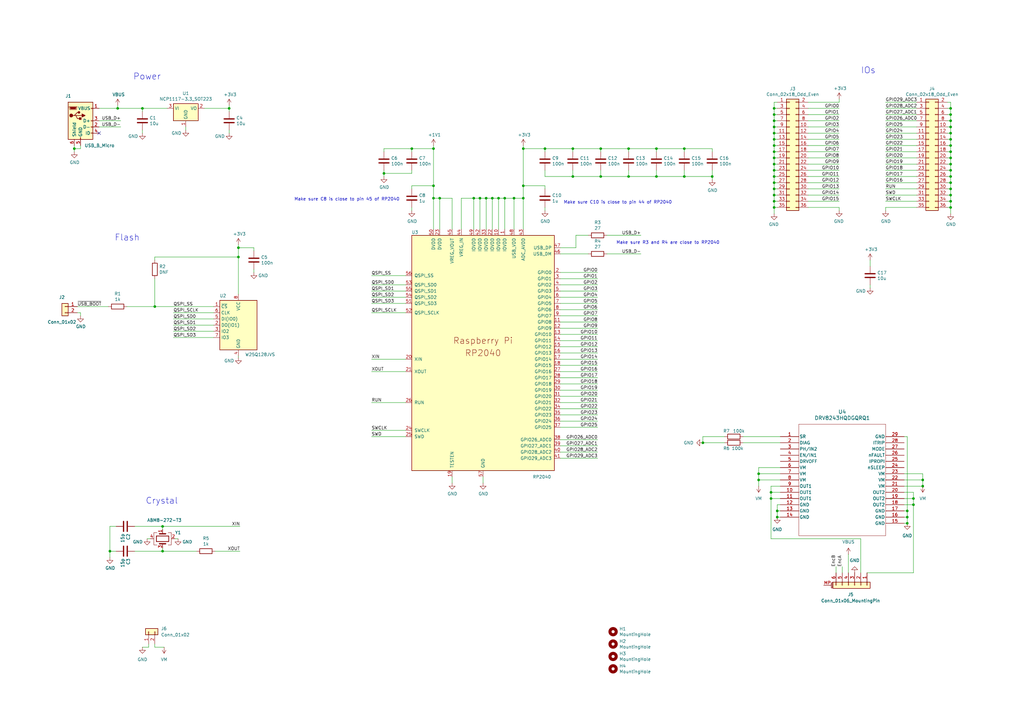
<source format=kicad_sch>
(kicad_sch (version 20231120) (generator "eeschema") (generator_version "8.0")
  (paper "A3")
  (title_block (title "RP2040 Minimal Design Example") (date "2024-01-16") (rev "REV2") (company "Raspberry Pi Ltd"))
  (junction (at 201.93 81.28))
  (junction (at 389.89 49.53))
  (junction (at 372.11 214.63))
  (junction (at 199.39 81.28))
  (junction (at 317.5 52.07))
  (junction (at 316.23 204.47))
  (junction (at 316.23 201.93))
  (junction (at 389.89 85.09))
  (junction (at 389.89 52.07))
  (junction (at 97.79 105.41))
  (junction (at 177.8 76.2))
  (junction (at 214.63 76.2))
  (junction (at 168.91 60.96))
  (junction (at 389.89 67.31))
  (junction (at 45.085 226.06))
  (junction (at 223.52 60.96))
  (junction (at 317.5 67.31))
  (junction (at 317.5 44.45))
  (junction (at 246.38 72.39))
  (junction (at 389.89 77.47))
  (junction (at 317.5 82.55))
  (junction (at 257.81 60.96))
  (junction (at 372.11 212.09))
  (junction (at 66.675 215.9))
  (junction (at 246.38 60.96))
  (junction (at 177.8 81.28))
  (junction (at 180.34 81.28))
  (junction (at 204.47 81.28))
  (junction (at 372.11 209.55))
  (junction (at 389.89 57.15))
  (junction (at 157.48 71.12))
  (junction (at 93.98 44.45))
  (junction (at 389.89 62.23))
  (junction (at 280.67 60.96))
  (junction (at 318.77 212.09))
  (junction (at 317.5 77.47))
  (junction (at 288.29 181.61))
  (junction (at 378.46 196.85))
  (junction (at 389.89 74.93))
  (junction (at 317.5 46.99))
  (junction (at 292.1 72.39))
  (junction (at 66.675 226.06))
  (junction (at 318.77 209.55))
  (junction (at 389.89 46.99))
  (junction (at 317.5 54.61))
  (junction (at 48.26 44.45))
  (junction (at 257.81 72.39))
  (junction (at 389.89 82.55))
  (junction (at 97.79 101.6))
  (junction (at 317.5 64.77))
  (junction (at 317.5 59.69))
  (junction (at 30.48 60.96))
  (junction (at 311.15 194.31))
  (junction (at 177.8 60.96))
  (junction (at 389.89 54.61))
  (junction (at 234.95 72.39))
  (junction (at 269.24 72.39))
  (junction (at 317.5 62.23))
  (junction (at 389.89 69.85))
  (junction (at 317.5 80.01))
  (junction (at 58.42 44.45))
  (junction (at 389.89 59.69))
  (junction (at 389.89 44.45))
  (junction (at 317.5 74.93))
  (junction (at 207.01 81.28))
  (junction (at 214.63 81.28))
  (junction (at 317.5 57.15))
  (junction (at 63.5 125.73))
  (junction (at 317.5 85.09))
  (junction (at 374.65 207.01))
  (junction (at 317.5 72.39))
  (junction (at 317.5 69.85))
  (junction (at 311.15 196.85))
  (junction (at 389.89 72.39))
  (junction (at 389.89 64.77))
  (junction (at 196.85 81.28))
  (junction (at 214.63 60.96))
  (junction (at 389.89 80.01))
  (junction (at 194.31 81.28))
  (junction (at 269.24 60.96))
  (junction (at 280.67 72.39))
  (junction (at 317.5 49.53))
  (junction (at 378.46 199.39))
  (junction (at 210.82 81.28))
  (junction (at 374.65 204.47))
  (junction (at 234.95 60.96))
  (no_connect (at 40.64 54.61))
  (wire (pts (xy 372.11 214.63) (xy 370.84 214.63)))
  (wire (pts (xy 177.8 81.28) (xy 177.8 93.98)))
  (wire (pts (xy 378.46 194.31) (xy 378.46 196.85)))
  (wire (pts (xy 229.87 137.16) (xy 245.11 137.16)))
  (wire (pts (xy 157.48 71.12) (xy 168.91 71.12)))
  (wire (pts (xy 236.22 96.52) (xy 236.22 101.6)))
  (wire (pts (xy 389.89 67.31) (xy 389.89 69.85)))
  (wire (pts (xy 48.26 44.45) (xy 58.42 44.45)))
  (wire (pts (xy 375.92 54.61) (xy 363.22 54.61)))
  (wire (pts (xy 246.38 60.96) (xy 257.81 60.96)))
  (wire (pts (xy 207.01 81.28) (xy 210.82 81.28)))
  (wire (pts (xy 320.04 194.31) (xy 311.15 194.31)))
  (wire (pts (xy 344.17 62.23) (xy 331.47 62.23)))
  (wire (pts (xy 317.5 74.93) (xy 317.5 77.47)))
  (wire (pts (xy 356.87 116.84) (xy 356.87 118.11)))
  (wire (pts (xy 87.63 138.43) (xy 71.12 138.43)))
  (wire (pts (xy 246.38 62.23) (xy 246.38 60.96)))
  (wire (pts (xy 177.8 59.69) (xy 177.8 60.96)))
  (wire (pts (xy 229.87 149.86) (xy 245.11 149.86)))
  (wire (pts (xy 389.89 52.07) (xy 389.89 54.61)))
  (wire (pts (xy 375.92 62.23) (xy 363.22 62.23)))
  (wire (pts (xy 97.79 101.6) (xy 97.79 105.41)))
  (wire (pts (xy 58.42 53.34) (xy 58.42 54.61)))
  (wire (pts (xy 229.87 175.26) (xy 245.11 175.26)))
  (wire (pts (xy 194.31 81.28) (xy 196.85 81.28)))
  (wire (pts (xy 370.84 179.07) (xy 372.11 179.07)))
  (wire (pts (xy 229.87 170.18) (xy 245.11 170.18)))
  (wire (pts (xy 48.26 43.18) (xy 48.26 44.45)))
  (wire (pts (xy 229.87 104.14) (xy 241.3 104.14)))
  (wire (pts (xy 67.31 265.43) (xy 63.5 265.43)))
  (wire (pts (xy 344.17 86.36) (xy 344.17 85.09)))
  (wire (pts (xy 229.87 111.76) (xy 245.11 111.76)))
  (wire (pts (xy 71.12 128.27) (xy 87.63 128.27)))
  (wire (pts (xy 97.79 100.33) (xy 97.79 101.6)))
  (wire (pts (xy 248.92 96.52) (xy 262.89 96.52)))
  (wire (pts (xy 318.77 85.09) (xy 317.5 85.09)))
  (wire (pts (xy 185.42 93.98) (xy 185.42 81.28)))
  (wire (pts (xy 389.89 74.93) (xy 389.89 77.47)))
  (wire (pts (xy 320.04 204.47) (xy 316.23 204.47)))
  (wire (pts (xy 318.77 41.91) (xy 317.5 41.91)))
  (wire (pts (xy 344.17 85.09) (xy 331.47 85.09)))
  (wire (pts (xy 311.15 194.31) (xy 311.15 196.85)))
  (wire (pts (xy 389.89 44.45) (xy 389.89 46.99)))
  (wire (pts (xy 246.38 69.85) (xy 246.38 72.39)))
  (wire (pts (xy 229.87 116.84) (xy 245.11 116.84)))
  (wire (pts (xy 318.77 212.09) (xy 320.04 212.09)))
  (wire (pts (xy 58.42 45.72) (xy 58.42 44.45)))
  (wire (pts (xy 177.8 76.2) (xy 177.8 81.28)))
  (wire (pts (xy 389.89 49.53) (xy 389.89 52.07)))
  (wire (pts (xy 60.325 220.98) (xy 61.595 220.98)))
  (wire (pts (xy 347.98 227.33) (xy 347.98 234.95)))
  (wire (pts (xy 189.23 81.28) (xy 194.31 81.28)))
  (wire (pts (xy 157.48 60.96) (xy 168.91 60.96)))
  (wire (pts (xy 374.65 207.01) (xy 374.65 234.95)))
  (wire (pts (xy 344.17 59.69) (xy 331.47 59.69)))
  (wire (pts (xy 229.87 185.42) (xy 245.11 185.42)))
  (wire (pts (xy 63.5 114.3) (xy 63.5 125.73)))
  (wire (pts (xy 389.89 80.01) (xy 389.89 82.55)))
  (wire (pts (xy 317.5 77.47) (xy 317.5 80.01)))
  (wire (pts (xy 63.5 264.16) (xy 63.5 265.43)))
  (wire (pts (xy 157.48 69.85) (xy 157.48 71.12)))
  (wire (pts (xy 374.65 201.93) (xy 374.65 204.47)))
  (wire (pts (xy 317.5 49.53) (xy 317.5 52.07)))
  (wire (pts (xy 318.77 67.31) (xy 317.5 67.31)))
  (wire (pts (xy 71.755 220.98) (xy 73.025 220.98)))
  (wire (pts (xy 318.77 64.77) (xy 317.5 64.77)))
  (wire (pts (xy 152.4 124.46) (xy 166.37 124.46)))
  (wire (pts (xy 344.17 80.01) (xy 331.47 80.01)))
  (wire (pts (xy 388.62 49.53) (xy 389.89 49.53)))
  (wire (pts (xy 55.245 215.9) (xy 66.675 215.9)))
  (wire (pts (xy 344.17 72.39) (xy 331.47 72.39)))
  (wire (pts (xy 388.62 46.99) (xy 389.89 46.99)))
  (wire (pts (xy 370.84 212.09) (xy 372.11 212.09)))
  (wire (pts (xy 93.98 45.72) (xy 93.98 44.45)))
  (wire (pts (xy 214.63 81.28) (xy 214.63 93.98)))
  (wire (pts (xy 320.04 207.01) (xy 318.77 207.01)))
  (wire (pts (xy 168.91 60.96) (xy 177.8 60.96)))
  (wire (pts (xy 44.45 125.73) (xy 31.75 125.73)))
  (wire (pts (xy 375.92 49.53) (xy 363.22 49.53)))
  (wire (pts (xy 214.63 76.2) (xy 223.52 76.2)))
  (wire (pts (xy 97.79 146.685) (xy 97.79 146.05)))
  (wire (pts (xy 199.39 93.98) (xy 199.39 81.28)))
  (wire (pts (xy 40.64 49.53) (xy 49.53 49.53)))
  (wire (pts (xy 344.17 69.85) (xy 331.47 69.85)))
  (wire (pts (xy 177.8 60.96) (xy 177.8 76.2)))
  (wire (pts (xy 210.82 81.28) (xy 214.63 81.28)))
  (wire (pts (xy 152.4 119.38) (xy 166.37 119.38)))
  (wire (pts (xy 166.37 165.1) (xy 152.4 165.1)))
  (wire (pts (xy 269.24 62.23) (xy 269.24 60.96)))
  (wire (pts (xy 375.92 44.45) (xy 363.22 44.45)))
  (wire (pts (xy 316.23 201.93) (xy 316.23 204.47)))
  (wire (pts (xy 342.9 232.41) (xy 342.9 234.95)))
  (wire (pts (xy 196.85 81.28) (xy 199.39 81.28)))
  (wire (pts (xy 87.63 133.35) (xy 71.12 133.35)))
  (wire (pts (xy 344.17 52.07) (xy 331.47 52.07)))
  (wire (pts (xy 389.89 62.23) (xy 389.89 64.77)))
  (wire (pts (xy 344.17 46.99) (xy 331.47 46.99)))
  (wire (pts (xy 388.62 82.55) (xy 389.89 82.55)))
  (wire (pts (xy 223.52 62.23) (xy 223.52 60.96)))
  (wire (pts (xy 318.77 52.07) (xy 317.5 52.07)))
  (wire (pts (xy 304.8 181.61) (xy 320.04 181.61)))
  (wire (pts (xy 317.5 54.61) (xy 317.5 57.15)))
  (wire (pts (xy 214.63 60.96) (xy 223.52 60.96)))
  (wire (pts (xy 104.14 101.6) (xy 97.79 101.6)))
  (wire (pts (xy 207.01 81.28) (xy 207.01 93.98)))
  (wire (pts (xy 196.85 93.98) (xy 196.85 81.28)))
  (wire (pts (xy 388.62 67.31) (xy 389.89 67.31)))
  (wire (pts (xy 33.02 59.69) (xy 33.02 60.96)))
  (wire (pts (xy 66.675 224.79) (xy 66.675 226.06)))
  (wire (pts (xy 45.085 226.06) (xy 45.085 228.6)))
  (wire (pts (xy 229.87 101.6) (xy 236.22 101.6)))
  (wire (pts (xy 389.89 64.77) (xy 389.89 67.31)))
  (wire (pts (xy 388.62 54.61) (xy 389.89 54.61)))
  (wire (pts (xy 214.63 60.96) (xy 214.63 76.2)))
  (wire (pts (xy 388.62 59.69) (xy 389.89 59.69)))
  (wire (pts (xy 76.2 52.07) (xy 76.2 53.34)))
  (wire (pts (xy 166.37 152.4) (xy 152.4 152.4)))
  (wire (pts (xy 166.37 113.03) (xy 152.4 113.03)))
  (wire (pts (xy 317.5 72.39) (xy 317.5 74.93)))
  (wire (pts (xy 269.24 60.96) (xy 280.67 60.96)))
  (wire (pts (xy 292.1 69.85) (xy 292.1 72.39)))
  (wire (pts (xy 88.265 226.06) (xy 98.425 226.06)))
  (wire (pts (xy 83.82 44.45) (xy 93.98 44.45)))
  (wire (pts (xy 229.87 147.32) (xy 245.11 147.32)))
  (wire (pts (xy 318.77 46.99) (xy 317.5 46.99)))
  (wire (pts (xy 375.92 72.39) (xy 363.22 72.39)))
  (wire (pts (xy 297.18 179.07) (xy 288.29 179.07)))
  (wire (pts (xy 229.87 127) (xy 245.11 127)))
  (wire (pts (xy 370.84 194.31) (xy 378.46 194.31)))
  (wire (pts (xy 168.91 71.12) (xy 168.91 69.85)))
  (wire (pts (xy 318.77 77.47) (xy 317.5 77.47)))
  (wire (pts (xy 234.95 62.23) (xy 234.95 60.96)))
  (wire (pts (xy 234.95 72.39) (xy 223.52 72.39)))
  (wire (pts (xy 229.87 180.34) (xy 245.11 180.34)))
  (wire (pts (xy 214.63 76.2) (xy 214.63 81.28)))
  (wire (pts (xy 320.04 209.55) (xy 318.77 209.55)))
  (wire (pts (xy 389.89 72.39) (xy 389.89 74.93)))
  (wire (pts (xy 214.63 59.69) (xy 214.63 60.96)))
  (wire (pts (xy 288.29 179.07) (xy 288.29 181.61)))
  (wire (pts (xy 389.89 46.99) (xy 389.89 49.53)))
  (wire (pts (xy 229.87 129.54) (xy 245.11 129.54)))
  (wire (pts (xy 168.91 77.47) (xy 168.91 76.2)))
  (wire (pts (xy 87.63 135.89) (xy 71.12 135.89)))
  (wire (pts (xy 31.75 128.27) (xy 33.02 128.27)))
  (wire (pts (xy 234.95 60.96) (xy 246.38 60.96)))
  (wire (pts (xy 317.5 41.91) (xy 317.5 44.45)))
  (wire (pts (xy 353.06 220.98) (xy 353.06 234.95)))
  (wire (pts (xy 375.92 69.85) (xy 363.22 69.85)))
  (wire (pts (xy 52.07 125.73) (xy 63.5 125.73)))
  (wire (pts (xy 320.04 191.77) (xy 311.15 191.77)))
  (wire (pts (xy 318.77 59.69) (xy 317.5 59.69)))
  (wire (pts (xy 317.5 85.09) (xy 317.5 87.63)))
  (wire (pts (xy 388.62 85.09) (xy 389.89 85.09)))
  (wire (pts (xy 30.48 59.69) (xy 30.48 60.96)))
  (wire (pts (xy 316.23 199.39) (xy 316.23 201.93)))
  (wire (pts (xy 317.5 82.55) (xy 317.5 85.09)))
  (wire (pts (xy 229.87 187.96) (xy 245.11 187.96)))
  (wire (pts (xy 388.62 41.91) (xy 389.89 41.91)))
  (wire (pts (xy 370.84 201.93) (xy 374.65 201.93)))
  (wire (pts (xy 363.22 85.09) (xy 375.92 85.09)))
  (wire (pts (xy 317.5 59.69) (xy 317.5 62.23)))
  (wire (pts (xy 317.5 44.45) (xy 317.5 46.99)))
  (wire (pts (xy 311.15 196.85) (xy 311.15 199.39)))
  (wire (pts (xy 370.84 204.47) (xy 374.65 204.47)))
  (wire (pts (xy 317.5 64.77) (xy 317.5 67.31)))
  (wire (pts (xy 234.95 69.85) (xy 234.95 72.39)))
  (wire (pts (xy 317.5 80.01) (xy 317.5 82.55)))
  (wire (pts (xy 180.34 93.98) (xy 180.34 81.28)))
  (wire (pts (xy 389.89 59.69) (xy 389.89 62.23)))
  (wire (pts (xy 280.67 72.39) (xy 292.1 72.39)))
  (wire (pts (xy 317.5 57.15) (xy 317.5 59.69)))
  (wire (pts (xy 33.02 60.96) (xy 30.48 60.96)))
  (wire (pts (xy 375.92 77.47) (xy 363.22 77.47)))
  (wire (pts (xy 344.17 57.15) (xy 331.47 57.15)))
  (wire (pts (xy 68.58 44.45) (xy 58.42 44.45)))
  (wire (pts (xy 269.24 69.85) (xy 269.24 72.39)))
  (wire (pts (xy 388.62 74.93) (xy 389.89 74.93)))
  (wire (pts (xy 316.23 204.47) (xy 316.23 220.98)))
  (wire (pts (xy 388.62 72.39) (xy 389.89 72.39)))
  (wire (pts (xy 223.52 60.96) (xy 234.95 60.96)))
  (wire (pts (xy 223.52 85.09) (xy 223.52 86.36)))
  (wire (pts (xy 388.62 77.47) (xy 389.89 77.47)))
  (wire (pts (xy 229.87 132.08) (xy 245.11 132.08)))
  (wire (pts (xy 318.77 72.39) (xy 317.5 72.39)))
  (wire (pts (xy 204.47 93.98) (xy 204.47 81.28)))
  (wire (pts (xy 318.77 80.01) (xy 317.5 80.01)))
  (wire (pts (xy 55.245 226.06) (xy 66.675 226.06)))
  (wire (pts (xy 318.77 49.53) (xy 317.5 49.53)))
  (wire (pts (xy 47.625 226.06) (xy 45.085 226.06)))
  (wire (pts (xy 344.17 82.55) (xy 331.47 82.55)))
  (wire (pts (xy 66.675 226.06) (xy 80.645 226.06)))
  (wire (pts (xy 318.77 82.55) (xy 317.5 82.55)))
  (wire (pts (xy 229.87 119.38) (xy 245.11 119.38)))
  (wire (pts (xy 292.1 62.23) (xy 292.1 60.96)))
  (wire (pts (xy 166.37 179.07) (xy 152.4 179.07)))
  (wire (pts (xy 199.39 81.28) (xy 201.93 81.28)))
  (wire (pts (xy 317.5 62.23) (xy 317.5 64.77)))
  (wire (pts (xy 292.1 72.39) (xy 292.1 73.66)))
  (wire (pts (xy 372.11 179.07) (xy 372.11 209.55)))
  (wire (pts (xy 388.62 57.15) (xy 389.89 57.15)))
  (wire (pts (xy 356.87 106.68) (xy 356.87 109.22)))
  (wire (pts (xy 229.87 157.48) (xy 245.11 157.48)))
  (wire (pts (xy 318.77 62.23) (xy 317.5 62.23)))
  (wire (pts (xy 389.89 41.91) (xy 389.89 44.45)))
  (wire (pts (xy 166.37 128.27) (xy 152.4 128.27)))
  (wire (pts (xy 318.77 69.85) (xy 317.5 69.85)))
  (wire (pts (xy 198.12 195.58) (xy 198.12 198.12)))
  (wire (pts (xy 344.17 41.91) (xy 344.17 40.64)))
  (wire (pts (xy 378.46 196.85) (xy 378.46 199.39)))
  (wire (pts (xy 168.91 76.2) (xy 177.8 76.2)))
  (wire (pts (xy 229.87 154.94) (xy 245.11 154.94)))
  (wire (pts (xy 87.63 130.81) (xy 71.12 130.81)))
  (wire (pts (xy 246.38 72.39) (xy 234.95 72.39)))
  (wire (pts (xy 375.92 52.07) (xy 363.22 52.07)))
  (wire (pts (xy 223.52 69.85) (xy 223.52 72.39)))
  (wire (pts (xy 375.92 57.15) (xy 363.22 57.15)))
  (wire (pts (xy 344.17 64.77) (xy 331.47 64.77)))
  (wire (pts (xy 389.89 77.47) (xy 389.89 80.01)))
  (wire (pts (xy 375.92 80.01) (xy 363.22 80.01)))
  (wire (pts (xy 344.17 49.53) (xy 331.47 49.53)))
  (wire (pts (xy 185.42 195.58) (xy 185.42 198.12)))
  (wire (pts (xy 229.87 160.02) (xy 245.11 160.02)))
  (wire (pts (xy 345.44 232.41) (xy 345.44 234.95)))
  (wire (pts (xy 47.625 215.9) (xy 45.085 215.9)))
  (wire (pts (xy 229.87 139.7) (xy 245.11 139.7)))
  (wire (pts (xy 375.92 82.55) (xy 363.22 82.55)))
  (wire (pts (xy 229.87 165.1) (xy 245.11 165.1)))
  (wire (pts (xy 318.77 54.61) (xy 317.5 54.61)))
  (wire (pts (xy 180.34 81.28) (xy 177.8 81.28)))
  (wire (pts (xy 370.84 199.39) (xy 378.46 199.39)))
  (wire (pts (xy 374.65 204.47) (xy 374.65 207.01)))
  (wire (pts (xy 248.92 104.14) (xy 262.89 104.14)))
  (wire (pts (xy 388.62 64.77) (xy 389.89 64.77)))
  (wire (pts (xy 388.62 52.07) (xy 389.89 52.07)))
  (wire (pts (xy 229.87 144.78) (xy 245.11 144.78)))
  (wire (pts (xy 280.67 72.39) (xy 269.24 72.39)))
  (wire (pts (xy 45.085 215.9) (xy 45.085 226.06)))
  (wire (pts (xy 317.5 67.31) (xy 317.5 69.85)))
  (wire (pts (xy 317.5 52.07) (xy 317.5 54.61)))
  (wire (pts (xy 317.5 46.99) (xy 317.5 49.53)))
  (wire (pts (xy 66.675 217.17) (xy 66.675 215.9)))
  (wire (pts (xy 152.4 116.84) (xy 166.37 116.84)))
  (wire (pts (xy 318.77 209.55) (xy 318.77 212.09)))
  (wire (pts (xy 363.22 86.36) (xy 363.22 85.09)))
  (wire (pts (xy 201.93 81.28) (xy 204.47 81.28)))
  (wire (pts (xy 229.87 134.62) (xy 245.11 134.62)))
  (wire (pts (xy 388.62 62.23) (xy 389.89 62.23)))
  (wire (pts (xy 229.87 152.4) (xy 245.11 152.4)))
  (wire (pts (xy 374.65 234.95) (xy 355.6 234.95)))
  (wire (pts (xy 370.84 196.85) (xy 378.46 196.85)))
  (wire (pts (xy 344.17 67.31) (xy 331.47 67.31)))
  (wire (pts (xy 157.48 62.23) (xy 157.48 60.96)))
  (wire (pts (xy 389.89 57.15) (xy 389.89 59.69)))
  (wire (pts (xy 236.22 96.52) (xy 241.3 96.52)))
  (wire (pts (xy 104.14 110.49) (xy 104.14 111.76)))
  (wire (pts (xy 157.48 71.12) (xy 157.48 72.39)))
  (wire (pts (xy 280.67 69.85) (xy 280.67 72.39)))
  (wire (pts (xy 152.4 147.32) (xy 166.37 147.32)))
  (wire (pts (xy 370.84 209.55) (xy 372.11 209.55)))
  (wire (pts (xy 229.87 142.24) (xy 245.11 142.24)))
  (wire (pts (xy 344.17 77.47) (xy 331.47 77.47)))
  (wire (pts (xy 257.81 60.96) (xy 269.24 60.96)))
  (wire (pts (xy 388.62 44.45) (xy 389.89 44.45)))
  (wire (pts (xy 318.77 74.93) (xy 317.5 74.93)))
  (wire (pts (xy 375.92 41.91) (xy 363.22 41.91)))
  (wire (pts (xy 370.84 207.01) (xy 374.65 207.01)))
  (wire (pts (xy 344.17 44.45) (xy 331.47 44.45)))
  (wire (pts (xy 223.52 77.47) (xy 223.52 76.2)))
  (wire (pts (xy 58.42 265.43) (xy 60.96 265.43)))
  (wire (pts (xy 318.77 207.01) (xy 318.77 209.55)))
  (wire (pts (xy 375.92 59.69) (xy 363.22 59.69)))
  (wire (pts (xy 344.17 54.61) (xy 331.47 54.61)))
  (wire (pts (xy 152.4 121.92) (xy 166.37 121.92)))
  (wire (pts (xy 389.89 69.85) (xy 389.89 72.39)))
  (wire (pts (xy 229.87 124.46) (xy 245.11 124.46)))
  (wire (pts (xy 317.5 69.85) (xy 317.5 72.39)))
  (wire (pts (xy 229.87 167.64) (xy 245.11 167.64)))
  (wire (pts (xy 229.87 114.3) (xy 245.11 114.3)))
  (wire (pts (xy 257.81 72.39) (xy 246.38 72.39)))
  (wire (pts (xy 318.77 57.15) (xy 317.5 57.15)))
  (wire (pts (xy 104.14 102.87) (xy 104.14 101.6)))
  (wire (pts (xy 269.24 72.39) (xy 257.81 72.39)))
  (wire (pts (xy 375.92 67.31) (xy 363.22 67.31)))
  (wire (pts (xy 204.47 81.28) (xy 207.01 81.28)))
  (wire (pts (xy 63.5 125.73) (xy 87.63 125.73)))
  (wire (pts (xy 320.04 201.93) (xy 316.23 201.93)))
  (wire (pts (xy 194.31 93.98) (xy 194.31 81.28)))
  (wire (pts (xy 316.23 220.98) (xy 353.06 220.98)))
  (wire (pts (xy 311.15 191.77) (xy 311.15 194.31)))
  (wire (pts (xy 320.04 199.39) (xy 316.23 199.39)))
  (wire (pts (xy 40.64 44.45) (xy 48.26 44.45)))
  (wire (pts (xy 375.92 46.99) (xy 363.22 46.99)))
  (wire (pts (xy 318.77 44.45) (xy 317.5 44.45)))
  (wire (pts (xy 288.29 181.61) (xy 297.18 181.61)))
  (wire (pts (xy 304.8 179.07) (xy 320.04 179.07)))
  (wire (pts (xy 389.89 54.61) (xy 389.89 57.15)))
  (wire (pts (xy 201.93 93.98) (xy 201.93 81.28)))
  (wire (pts (xy 168.91 62.23) (xy 168.91 60.96)))
  (wire (pts (xy 372.11 212.09) (xy 372.11 214.63)))
  (wire (pts (xy 185.42 81.28) (xy 180.34 81.28)))
  (wire (pts (xy 375.92 74.93) (xy 363.22 74.93)))
  (wire (pts (xy 280.67 60.96) (xy 292.1 60.96)))
  (wire (pts (xy 280.67 62.23) (xy 280.67 60.96)))
  (wire (pts (xy 60.96 265.43) (xy 60.96 264.16)))
  (wire (pts (xy 257.81 69.85) (xy 257.81 72.39)))
  (wire (pts (xy 229.87 162.56) (xy 245.11 162.56)))
  (wire (pts (xy 388.62 80.01) (xy 389.89 80.01)))
  (wire (pts (xy 229.87 172.72) (xy 245.11 172.72)))
  (wire (pts (xy 210.82 93.98) (xy 210.82 81.28)))
  (wire (pts (xy 257.81 62.23) (xy 257.81 60.96)))
  (wire (pts (xy 320.04 196.85) (xy 311.15 196.85)))
  (wire (pts (xy 166.37 176.53) (xy 152.4 176.53)))
  (wire (pts (xy 375.92 64.77) (xy 363.22 64.77)))
  (wire (pts (xy 189.23 93.98) (xy 189.23 81.28)))
  (wire (pts (xy 389.89 85.09) (xy 389.89 87.63)))
  (wire (pts (xy 168.91 85.09) (xy 168.91 86.36)))
  (wire (pts (xy 372.11 209.55) (xy 372.11 212.09)))
  (wire (pts (xy 93.98 53.34) (xy 93.98 54.61)))
  (wire (pts (xy 344.17 74.93) (xy 331.47 74.93)))
  (wire (pts (xy 344.17 41.91) (xy 331.47 41.91)))
  (wire (pts (xy 30.48 60.96) (xy 30.48 62.23)))
  (wire (pts (xy 389.89 82.55) (xy 389.89 85.09)))
  (wire (pts (xy 63.5 106.68) (xy 63.5 105.41)))
  (wire (pts (xy 63.5 105.41) (xy 97.79 105.41)))
  (wire (pts (xy 93.98 44.45) (xy 93.98 43.18)))
  (wire (pts (xy 229.87 182.88) (xy 245.11 182.88)))
  (wire (pts (xy 229.87 121.92) (xy 245.11 121.92)))
  (wire (pts (xy 40.64 52.07) (xy 49.53 52.07)))
  (wire (pts (xy 33.02 128.27) (xy 33.02 129.54)))
  (wire (pts (xy 388.62 69.85) (xy 389.89 69.85)))
  (wire (pts (xy 97.79 105.41) (xy 97.79 120.65)))
  (wire (pts (xy 66.675 215.9) (xy 98.425 215.9)))
  (text "IOs" (at 353.06 30.48 0) (effects (font (size 2.54 2.54)) (justify left bottom)))
  (text "Power" (at 54.61 33.02 0) (effects (font (size 2.54 2.54)) (justify left bottom)))
  (text "Crystal" (at 59.69 207.01 0) (effects (font (size 2.54 2.54)) (justify left bottom)))
  (text "Make sure C8 is close to pin 45 of RP2040" (at 120.65 82.55 0) (effects (font (size 1.27 1.27)) (justify left bottom)))
  (text "Make sure C10 is close to pin 44 of RP2040" (at 231.14 83.82 0) (effects (font (size 1.27 1.27)) (justify left bottom)))
  (text "Make sure R3 and R4 are close to RP2040" (at 252.73 100.33 0) (effects (font (size 1.27 1.27)) (justify left bottom)))
  (text "Flash" (at 46.99 99.06 0) (effects (font (size 2.54 2.54)) (justify left bottom)))
  (label "XOUT" (at 98.425 226.06 180))
  (label "GPIO24" (at 363.22 54.61 0))
  (label "GPIO3" (at 344.17 52.07 180))
  (label "USB_D-" (at 49.53 52.07 180))
  (label "QSPI_SS" (at 71.12 125.73 0))
  (label "QSPI_SD3" (at 71.12 138.43 0))
  (label "GPIO7" (at 344.17 62.23 180))
  (label "QSPI_SD2" (at 152.4 121.92 0))
  (label "USB_D-" (at 262.89 104.14 180))
  (label "GPIO4" (at 245.11 121.92 180))
  (label "GPIO21" (at 363.22 62.23 0))
  (label "RUN" (at 152.4 165.1 0))
  (label "XOUT" (at 152.4 152.4 0))
  (label "GPIO10" (at 344.17 69.85 180))
  (label "GPIO29_ADC3" (at 245.11 187.96 180))
  (label "QSPI_SD1" (at 152.4 119.38 0))
  (label "GPIO13" (at 245.11 144.78 180))
  (label "GPIO6" (at 245.11 127 180))
  (label "USB_D+" (at 262.89 96.52 180))
  (label "GPIO29_ADC3" (at 363.22 41.91 0))
  (label "GPIO28_ADC2" (at 363.22 44.45 0))
  (label "SWD" (at 152.4 179.07 0))
  (label "GPIO20" (at 245.11 162.56 180))
  (label "QSPI_SD1" (at 71.12 133.35 0))
  (label "QSPI_SD3" (at 152.4 124.46 0))
  (label "GPIO6" (at 344.17 59.69 180))
  (label "SWD" (at 363.22 80.01 0))
  (label "RUN" (at 363.22 77.47 0))
  (label "GPIO18" (at 245.11 157.48 180))
  (label "GPIO25" (at 245.11 175.26 180))
  (label "GPIO2" (at 344.17 49.53 180))
  (label "GPIO1" (at 344.17 46.99 180))
  (label "GPIO0" (at 245.11 111.76 180))
  (label "GPIO8" (at 344.17 64.77 180))
  (label "GPIO11" (at 344.17 72.39 180))
  (label "GPIO21" (at 245.11 165.1 180))
  (label "GPIO11" (at 245.11 139.7 180))
  (label "GPIO17" (at 363.22 72.39 0))
  (label "GPIO27_ADC1" (at 245.11 182.88 180))
  (label "GPIO1" (at 245.11 114.3 180))
  (label "XIN" (at 98.425 215.9 180))
  (label "USB_D+" (at 49.53 49.53 180))
  (label "GPIO4" (at 344.17 54.61 180))
  (label "GPIO14" (at 245.11 147.32 180))
  (label "GPIO3" (at 245.11 119.38 180))
  (label "GPIO10" (at 245.11 137.16 180))
  (label "GPIO23" (at 245.11 170.18 180))
  (label "SWCLK" (at 152.4 176.53 0))
  (label "GPIO9" (at 344.17 67.31 180))
  (label "QSPI_SCLK" (at 152.4 128.27 0))
  (label "GPIO27_ADC1" (at 363.22 46.99 0))
  (label "EncB" (at 342.9 232.41 90))
  (label "GPIO25" (at 363.22 52.07 0))
  (label "GPIO12" (at 344.17 74.93 180))
  (label "QSPI_SD0" (at 152.4 116.84 0))
  (label "GPIO5" (at 344.17 57.15 180))
  (label "GPIO17" (at 245.11 154.94 180))
  (label "GPIO18" (at 363.22 69.85 0))
  (label "GPIO2" (at 245.11 116.84 180))
  (label "GPIO9" (at 245.11 134.62 180))
  (label "GPIO15" (at 245.11 149.86 180))
  (label "GPIO12" (at 245.11 142.24 180))
  (label "GPIO24" (at 245.11 172.72 180))
  (label "GPIO5" (at 245.11 124.46 180))
  (label "GPIO22" (at 245.11 167.64 180))
  (label "SWCLK" (at 363.22 82.55 0))
  (label "GPIO19" (at 245.11 160.02 180))
  (label "EncA" (at 345.44 232.41 90))
  (label "QSPI_SS" (at 152.4 113.03 0))
  (label "QSPI_SD2" (at 71.12 135.89 0))
  (label "QSPI_SD0" (at 71.12 130.81 0))
  (label "QSPI_SCLK" (at 71.12 128.27 0))
  (label "~{USB_BOOT}" (at 31.75 125.73 0))
  (label "GPIO20" (at 363.22 64.77 0))
  (label "GPIO26_ADC0" (at 245.11 180.34 180))
  (label "GPIO28_ADC2" (at 245.11 185.42 180))
  (label "GPIO16" (at 245.11 152.4 180))
  (label "GPIO8" (at 245.11 132.08 180))
  (label "XIN" (at 152.4 147.32 0))
  (label "GPIO23" (at 363.22 57.15 0))
  (label "GPIO22" (at 363.22 59.69 0))
  (label "GPIO15" (at 344.17 82.55 180))
  (label "GPIO16" (at 363.22 74.93 0))
  (label "GPIO26_ADC0" (at 363.22 49.53 0))
  (label "GPIO13" (at 344.17 77.47 180))
  (label "GPIO19" (at 363.22 67.31 0))
  (label "GPIO7" (at 245.11 129.54 180))
  (label "GPIO0" (at 344.17 44.45 180))
  (label "GPIO14" (at 344.17 80.01 180))
  (symbol (lib_id "MCU_RaspberryPi_RP2040:RP2040") (at 198.12 144.78 0) (unit 1)
    (property "Reference" "U3" (at 170.18 95.25 0))
    (property "Value" "RP2040" (at 222.25 195.58 0))
    (property "Footprint" "RP2040_minimal:RP2040-QFN-56" (effects (hide yes)))
  )
  (symbol (lib_id "Memory_Flash:W25Q128JVS") (at 97.79 133.35 0) (unit 1)
    (property "Reference" "U2" (at 91.44 121.285 0))
    (property "Value" "W25Q128JVS" (at 106.68 145.415 0))
    (property "Footprint" "Package_SO:SOIC-8_5.23x5.23mm_P1.27mm" (effects (hide yes)))
    (property "Datasheet" "http://www.winbond.com/resource-files/w25q128jv_dtr%20revc%2003272018%20plus.pdf" (effects (hide yes)))
  )
  (symbol (lib_id "power:+3V3") (at 97.79 100.33 0) (unit 1)
    (property "Reference" "#PWR07" (effects (hide yes)))
    (property "Value" "+3V3" (at 98.171 95.9358 0))
  )
  (symbol (lib_id "power:GND") (at 97.79 146.685 0) (unit 1)
    (property "Reference" "#PWR08" (effects (hide yes)))
    (property "Value" "GND" (at 93.98 147.955 0))
  )
  (symbol (lib_id "Device:R") (at 63.5 110.49 0) (unit 1)
    (property "Reference" "R2" (at 65.278 109.3216 0) (effects (justify left)))
    (property "Value" "DNF" (at 65.278 111.633 0) (effects (justify left)))
    (property "Footprint" "Resistor_SMD:R_0402_1005Metric" (effects (hide yes)))
  )
  (symbol (lib_id "Device:R") (at 48.26 125.73 270) (unit 1)
    (property "Reference" "R1" (at 48.26 120.4722 90))
    (property "Value" "1k" (at 48.26 122.7836 90))
    (property "Footprint" "Resistor_SMD:R_0402_1005Metric" (effects (hide yes)))
  )
  (symbol (lib_id "Device:C") (at 104.14 106.68 0) (unit 1)
    (property "Reference" "C5" (at 107.061 105.5116 0) (effects (justify left)))
    (property "Value" "100n" (at 107.061 107.823 0) (effects (justify left)))
    (property "Footprint" "Capacitor_SMD:C_0402_1005Metric" (effects (hide yes)))
  )
  (symbol (lib_id "power:GND") (at 104.14 111.76 0) (unit 1)
    (property "Reference" "#PWR011" (effects (hide yes)))
    (property "Value" "GND" (at 107.95 113.03 0))
  )
  (symbol (lib_id "Connector:USB_B_Micro") (at 33.02 49.53 0) (unit 1)
    (property "Reference" "J1" (at 29.21 39.37 0) (effects (justify right)))
    (property "Value" "USB_B_Micro" (at 46.99 59.69 0) (effects (justify right)))
    (property "Footprint" "RP2040_minimal:USB_Micro-B_Amphenol_10103594-0001LF_Horizontal_modified" (effects (hide yes)))
  )
  (symbol (lib_id "power:GND") (at 198.12 198.12 0) (unit 1)
    (property "Reference" "#PWR016" (effects (hide yes)))
    (property "Value" "GND" (at 198.247 202.5142 0))
  )
  (symbol (lib_id "power:GND") (at 185.42 198.12 0) (unit 1)
    (property "Reference" "#PWR015" (effects (hide yes)))
    (property "Value" "GND" (at 185.547 202.5142 0))
  )
  (symbol (lib_id "Device:R") (at 245.11 96.52 270) (unit 1)
    (property "Reference" "R3" (at 245.11 91.2622 90))
    (property "Value" "27" (at 245.11 93.5736 90))
    (property "Footprint" "Resistor_SMD:R_0402_1005Metric" (effects (hide yes)))
  )
  (symbol (lib_id "Device:R") (at 245.11 104.14 270) (unit 1)
    (property "Reference" "R4" (at 245.11 98.8822 90))
    (property "Value" "27" (at 245.11 101.1936 90))
    (property "Footprint" "Resistor_SMD:R_0402_1005Metric" (effects (hide yes)))
  )
  (symbol (lib_id "power:GND") (at 30.48 62.23 0) (unit 1)
    (property "Reference" "#PWR01" (effects (hide yes)))
    (property "Value" "GND" (at 30.607 66.6242 0))
  )
  (symbol (lib_id "power:GND") (at 344.17 86.36 0) (mirror y) (unit 1)
    (property "Reference" "#PWR020" (effects (hide yes)))
    (property "Value" "GND" (at 344.043 90.7542 0))
  )
  (symbol (lib_id "power:GND") (at 363.22 86.36 0) (unit 1)
    (property "Reference" "#PWR0101" (effects (hide yes)))
    (property "Value" "GND" (at 363.347 90.7542 0))
  )
  (symbol (lib_id "power:+3V3") (at 214.63 59.69 0) (unit 1)
    (property "Reference" "#PWR017" (effects (hide yes)))
    (property "Value" "+3V3" (at 215.011 55.2958 0))
  )
  (symbol (lib_id "power:+1V1") (at 177.8 59.69 0) (unit 1)
    (property "Reference" "#PWR014" (effects (hide yes)))
    (property "Value" "+1V1" (at 178.181 55.2958 0))
  )
  (symbol (lib_id "Device:C") (at 223.52 66.04 0) (unit 1)
    (property "Reference" "C9" (at 226.441 64.8716 0) (effects (justify left)))
    (property "Value" "100n" (at 226.441 67.183 0) (effects (justify left)))
    (property "Footprint" "Capacitor_SMD:C_0402_1005Metric" (effects (hide yes)))
  )
  (symbol (lib_id "Device:C") (at 234.95 66.04 0) (unit 1)
    (property "Reference" "C11" (at 237.871 64.8716 0) (effects (justify left)))
    (property "Value" "100n" (at 237.871 67.183 0) (effects (justify left)))
    (property "Footprint" "Capacitor_SMD:C_0402_1005Metric" (effects (hide yes)))
  )
  (symbol (lib_id "Device:C") (at 246.38 66.04 0) (unit 1)
    (property "Reference" "C12" (at 249.301 64.8716 0) (effects (justify left)))
    (property "Value" "100n" (at 249.301 67.183 0) (effects (justify left)))
    (property "Footprint" "Capacitor_SMD:C_0402_1005Metric" (effects (hide yes)))
  )
  (symbol (lib_id "Device:C") (at 257.81 66.04 0) (unit 1)
    (property "Reference" "C13" (at 260.731 64.8716 0) (effects (justify left)))
    (property "Value" "100n" (at 260.731 67.183 0) (effects (justify left)))
    (property "Footprint" "Capacitor_SMD:C_0402_1005Metric" (effects (hide yes)))
  )
  (symbol (lib_id "Device:C") (at 269.24 66.04 0) (unit 1)
    (property "Reference" "C14" (at 272.161 64.8716 0) (effects (justify left)))
    (property "Value" "100n" (at 272.161 67.183 0) (effects (justify left)))
    (property "Footprint" "Capacitor_SMD:C_0402_1005Metric" (effects (hide yes)))
  )
  (symbol (lib_id "Device:C") (at 280.67 66.04 0) (unit 1)
    (property "Reference" "C15" (at 283.591 64.8716 0) (effects (justify left)))
    (property "Value" "100n" (at 283.591 67.183 0) (effects (justify left)))
    (property "Footprint" "Capacitor_SMD:C_0402_1005Metric" (effects (hide yes)))
  )
  (symbol (lib_id "Device:C") (at 292.1 66.04 0) (unit 1)
    (property "Reference" "C16" (at 295.021 64.8716 0) (effects (justify left)))
    (property "Value" "100n" (at 295.021 67.183 0) (effects (justify left)))
    (property "Footprint" "Capacitor_SMD:C_0402_1005Metric" (effects (hide yes)))
  )
  (symbol (lib_id "Device:C") (at 157.48 66.04 0) (unit 1)
    (property "Reference" "C6" (at 160.401 64.8716 0) (effects (justify left)))
    (property "Value" "100n" (at 160.401 67.183 0) (effects (justify left)))
    (property "Footprint" "Capacitor_SMD:C_0402_1005Metric" (effects (hide yes)))
  )
  (symbol (lib_id "Device:C") (at 168.91 66.04 0) (unit 1)
    (property "Reference" "C7" (at 171.831 64.8716 0) (effects (justify left)))
    (property "Value" "100n" (at 171.831 67.183 0) (effects (justify left)))
    (property "Footprint" "Capacitor_SMD:C_0402_1005Metric" (effects (hide yes)))
  )
  (symbol (lib_id "Device:C") (at 168.91 81.28 0) (unit 1)
    (property "Reference" "C8" (at 171.831 80.1116 0) (effects (justify left)))
    (property "Value" "1u" (at 171.831 82.423 0) (effects (justify left)))
    (property "Footprint" "Capacitor_SMD:C_0402_1005Metric" (effects (hide yes)))
  )
  (symbol (lib_id "Device:C") (at 223.52 81.28 0) (unit 1)
    (property "Reference" "C10" (at 226.441 80.1116 0) (effects (justify left)))
    (property "Value" "1u" (at 226.441 82.423 0) (effects (justify left)))
    (property "Footprint" "Capacitor_SMD:C_0402_1005Metric" (effects (hide yes)))
  )
  (symbol (lib_id "Mechanical:MountingHole") (at 251.46 259.08 0) (unit 1)
    (property "Reference" "H1" (at 254 257.9116 0) (effects (justify left)))
    (property "Value" "MountingHole" (at 254 260.223 0) (effects (justify left)))
    (property "Footprint" "MountingHole:MountingHole_2.7mm_M2.5" (effects (hide yes)))
  )
  (symbol (lib_id "Mechanical:MountingHole") (at 251.46 264.16 0) (unit 1)
    (property "Reference" "H2" (at 254 262.9916 0) (effects (justify left)))
    (property "Value" "MountingHole" (at 254 265.303 0) (effects (justify left)))
    (property "Footprint" "MountingHole:MountingHole_2.7mm_M2.5" (effects (hide yes)))
  )
  (symbol (lib_id "Mechanical:MountingHole") (at 251.46 269.24 0) (unit 1)
    (property "Reference" "H3" (at 254 268.0716 0) (effects (justify left)))
    (property "Value" "MountingHole" (at 254 270.383 0) (effects (justify left)))
    (property "Footprint" "MountingHole:MountingHole_2.7mm_M2.5" (effects (hide yes)))
  )
  (symbol (lib_id "Mechanical:MountingHole") (at 251.46 274.32 0) (unit 1)
    (property "Reference" "H4" (at 254 273.1516 0) (effects (justify left)))
    (property "Value" "MountingHole" (at 254 275.463 0) (effects (justify left)))
    (property "Footprint" "MountingHole:MountingHole_2.7mm_M2.5" (effects (hide yes)))
  )
  (symbol (lib_id "power:GND") (at 292.1 73.66 0) (unit 1)
    (property "Reference" "#PWR023" (effects (hide yes)))
    (property "Value" "GND" (at 292.227 78.0542 0))
  )
  (symbol (lib_id "power:GND") (at 157.48 72.39 0) (unit 1)
    (property "Reference" "#PWR012" (effects (hide yes)))
    (property "Value" "GND" (at 157.607 76.7842 0))
  )
  (symbol (lib_id "power:GND") (at 168.91 86.36 0) (unit 1)
    (property "Reference" "#PWR013" (effects (hide yes)))
    (property "Value" "GND" (at 169.037 90.7542 0))
  )
  (symbol (lib_id "power:GND") (at 223.52 86.36 0) (unit 1)
    (property "Reference" "#PWR018" (effects (hide yes)))
    (property "Value" "GND" (at 223.647 90.7542 0))
  )
  (symbol (lib_id "Regulator_Linear:NCP1117-3.3_SOT223") (at 76.2 44.45 0) (unit 1)
    (property "Reference" "U1" (at 76.2 38.3032 0))
    (property "Value" "NCP1117-3.3_SOT223" (at 76.2 40.6146 0))
    (property "Footprint" "Package_TO_SOT_SMD:SOT-223-3_TabPin2" (effects (hide yes)))
    (property "Datasheet" "http://www.onsemi.com/pub_link/Collateral/NCP1117-D.PDF" (effects (hide yes)))
  )
  (symbol (lib_id "power:VBUS") (at 48.26 43.18 0) (unit 1)
    (property "Reference" "#PWR03" (effects (hide yes)))
    (property "Value" "VBUS" (at 48.641 38.7858 0))
  )
  (symbol (lib_id "power:GND") (at 76.2 53.34 0) (unit 1)
    (property "Reference" "#PWR05" (effects (hide yes)))
    (property "Value" "GND" (at 72.39 54.61 0))
  )
  (symbol (lib_id "power:+3V3") (at 93.98 43.18 0) (unit 1)
    (property "Reference" "#PWR09" (effects (hide yes)))
    (property "Value" "+3V3" (at 94.361 38.7858 0))
  )
  (symbol (lib_id "Device:C") (at 58.42 49.53 0) (unit 1)
    (property "Reference" "C1" (at 61.341 48.3616 0) (effects (justify left)))
    (property "Value" "10u" (at 61.341 50.673 0) (effects (justify left)))
    (property "Footprint" "Capacitor_SMD:C_0805_2012Metric" (effects (hide yes)))
  )
  (symbol (lib_id "Device:C") (at 93.98 49.53 0) (unit 1)
    (property "Reference" "C4" (at 96.901 48.3616 0) (effects (justify left)))
    (property "Value" "10u" (at 96.901 50.673 0) (effects (justify left)))
    (property "Footprint" "Capacitor_SMD:C_0805_2012Metric" (effects (hide yes)))
  )
  (symbol (lib_id "power:GND") (at 58.42 54.61 0) (unit 1)
    (property "Reference" "#PWR04" (effects (hide yes)))
    (property "Value" "GND" (at 54.61 55.88 0))
  )
  (symbol (lib_id "power:GND") (at 93.98 54.61 0) (unit 1)
    (property "Reference" "#PWR010" (effects (hide yes)))
    (property "Value" "GND" (at 90.17 55.88 0))
  )
  (symbol (lib_id "power:+3V3") (at 356.87 106.68 0) (unit 1)
    (property "Reference" "#PWR024" (effects (hide yes)))
    (property "Value" "+3V3" (at 357.251 102.2858 0))
  )
  (symbol (lib_id "Device:C") (at 356.87 113.03 0) (unit 1)
    (property "Reference" "C17" (at 359.791 111.8616 0) (effects (justify left)))
    (property "Value" "10u" (at 359.791 114.173 0) (effects (justify left)))
    (property "Footprint" "Capacitor_SMD:C_0805_2012Metric" (effects (hide yes)))
  )
  (symbol (lib_id "power:GND") (at 356.87 118.11 0) (unit 1)
    (property "Reference" "#PWR025" (effects (hide yes)))
    (property "Value" "GND" (at 353.06 119.38 0))
  )
  (symbol (lib_id "power:GND") (at 317.5 87.63 0) (mirror y) (unit 1)
    (property "Reference" "#PWR021" (effects (hide yes)))
    (property "Value" "GND" (at 317.373 92.0242 0))
  )
  (symbol (lib_id "power:GND") (at 389.89 87.63 0) (unit 1)
    (property "Reference" "#PWR022" (effects (hide yes)))
    (property "Value" "GND" (at 390.017 92.0242 0))
  )
  (symbol (lib_id "Connector_Generic:Conn_01x02") (at 26.67 125.73 0) (mirror y) (unit 1)
    (property "Reference" "J2" (at 25.4 121.92 0))
    (property "Value" "Conn_01x02" (at 25.4 132.08 0))
    (property "Footprint" "Connector_PinHeader_2.54mm:PinHeader_1x02_P2.54mm_Vertical" (effects (hide yes)))
  )
  (symbol (lib_id "power:GND") (at 33.02 129.54 0) (unit 1)
    (property "Reference" "#PWR02" (effects (hide yes)))
    (property "Value" "GND" (at 33.147 133.9342 0))
  )
  (symbol (lib_id "power:+3V3") (at 344.17 40.64 0) (unit 1)
    (property "Reference" "#PWR019" (effects (hide yes)))
    (property "Value" "+3V3" (at 344.551 36.2458 0))
  )
  (symbol (lib_id "Connector_Generic:Conn_02x18_Odd_Even") (at 381 62.23 0) (unit 1)
    (property "Reference" "J4" (at 382.27 36.3982 0))
    (property "Value" "Conn_02x18_Odd_Even" (at 382.27 38.7096 0))
    (property "Footprint" "Connector_PinHeader_2.54mm:PinHeader_2x18_P2.54mm_Vertical" (effects (hide yes)))
  )
  (symbol (lib_id "Connector_Generic:Conn_02x18_Odd_Even") (at 323.85 62.23 0) (unit 1)
    (property "Reference" "J3" (at 325.12 36.3982 0))
    (property "Value" "Conn_02x18_Odd_Even" (at 325.12 38.7096 0))
    (property "Footprint" "Connector_PinHeader_2.54mm:PinHeader_2x18_P2.54mm_Vertical" (effects (hide yes)))
  )
  (symbol (lib_name "GND_2") (lib_id "power:GND") (at 372.11 214.63 0) (unit 1)
    (property "Reference" "#PWR029" (effects (hide yes)))
    (property "Value" "GND" (at 372.11 219.71 0))
    (property "Description" "Power symbol creates a global label with name \"GND\" , ground" (effects (hide yes)))
  )
  (symbol (lib_name "GND_5") (lib_id "power:GND") (at 288.29 181.61 270) (unit 1)
    (property "Reference" "#PWR036" (effects (hide yes)))
    (property "Value" "GND" (at 284.48 181.6099 90) (effects (justify right)))
    (property "Description" "Power symbol creates a global label with name \"GND\" , ground" (effects (hide yes)))
  )
  (symbol (lib_id "Device:R") (at 300.99 181.61 90) (unit 1)
    (property "Reference" "R6" (at 297.942 183.896 90))
    (property "Value" "100k" (at 302.514 183.896 90))
    (property "Description" "Resistor" (effects (hide yes)))
  )
  (symbol (lib_id "Device:Crystal_GND24") (at 66.675 220.98 270) (unit 1)
    (property "Reference" "Y1" (at 71.755 218.44 90) (effects (justify left)))
    (property "Value" "ABM8-272-T3" (at 60.325 213.36 90) (effects (justify left)))
    (property "Footprint" "Crystal:Crystal_SMD_3225-4Pin_3.2x2.5mm" (effects (hide yes)))
  )
  (symbol (lib_id "Connector_Generic:Conn_01x02") (at 60.96 259.08 90) (unit 1)
    (property "Reference" "J6" (at 66.04 257.8099 90) (effects (justify right)))
    (property "Value" "Conn_01x02" (at 66.04 260.3499 90) (effects (justify right)))
    (property "Description" "Generic connector, single row, 01x02, script generated (kicad-library-utils/schlib/autogen/connector/)" (effects (hide yes)))
  )
  (symbol (lib_id "power:GND") (at 73.025 220.98 0) (unit 1)
    (property "Reference" "#PWR027" (effects (hide yes)))
    (property "Value" "GND" (at 76.835 222.25 0))
  )
  (symbol (lib_name "GND_3") (lib_id "power:GND") (at 58.42 265.43 0) (unit 1)
    (property "Reference" "#PWR030" (effects (hide yes)))
    (property "Value" "GND" (at 58.42 270.51 0))
    (property "Description" "Power symbol creates a global label with name \"GND\" , ground" (effects (hide yes)))
  )
  (symbol (lib_name "GND_1") (lib_id "power:GND") (at 318.77 212.09 0) (unit 1)
    (property "Reference" "#PWR028" (effects (hide yes)))
    (property "Value" "GND" (at 318.77 217.17 0))
    (property "Description" "Power symbol creates a global label with name \"GND\" , ground" (effects (hide yes)))
  )
  (symbol (lib_id "Device:C") (at 51.435 215.9 270) (unit 1)
    (property "Reference" "C2" (at 52.6034 218.821 0) (effects (justify left)))
    (property "Value" "15p" (at 50.292 218.821 0) (effects (justify left)))
    (property "Footprint" "Capacitor_SMD:C_0402_1005Metric" (effects (hide yes)))
  )
  (symbol (lib_id "New_Library:DRV8243HQDGQRQ1") (at 320.04 179.07 0) (unit 1)
    (property "Reference" "U4" (at 345.44 168.91 0) (effects (font (size 1.524 1.524))))
    (property "Value" "DRV8243HQDGQRQ1" (at 345.44 171.45 0) (effects (font (size 1.524 1.524))))
    (property "Footprint" "HVSSOP28_DGQ_TEX" (effects (hide yes)))
    (property "Datasheet" "DRV8243HQDGQRQ1" (effects (hide yes)))
  )
  (symbol (lib_id "power:VDC") (at 378.46 199.39 180) (unit 1)
    (property "Reference" "#PWR033" (effects (hide yes)))
    (property "Value" "VM" (at 378.46 204.47 0))
    (property "Description" "Power symbol creates a global label with name \"VDC\"" (effects (hide yes)))
  )
  (symbol (lib_id "power:VDC") (at 311.15 199.39 180) (unit 1)
    (property "Reference" "#PWR032" (effects (hide yes)))
    (property "Value" "VM" (at 311.15 204.47 0))
    (property "Description" "Power symbol creates a global label with name \"VDC\"" (effects (hide yes)))
  )
  (symbol (lib_name "VBUS_1") (lib_id "power:VBUS") (at 347.98 227.33 0) (unit 1)
    (property "Reference" "#PWR035" (effects (hide yes)))
    (property "Value" "VBUS" (at 347.98 222.25 0))
    (property "Description" "Power symbol creates a global label with name \"VBUS\"" (effects (hide yes)))
  )
  (symbol (lib_id "Device:R") (at 300.99 179.07 90) (unit 1)
    (property "Reference" "R7" (at 297.942 176.784 90))
    (property "Value" "100k" (at 303.022 176.784 90))
    (property "Description" "Resistor" (effects (hide yes)))
  )
  (symbol (lib_id "power:VDC") (at 67.31 265.43 180) (unit 1)
    (property "Reference" "#PWR031" (effects (hide yes)))
    (property "Value" "VM" (at 67.31 270.51 0))
    (property "Description" "Power symbol creates a global label with name \"VDC\"" (effects (hide yes)))
  )
  (symbol (lib_id "Device:R") (at 84.455 226.06 270) (unit 1)
    (property "Reference" "R5" (at 84.455 220.8022 90))
    (property "Value" "1k" (at 84.455 223.1136 90))
    (property "Footprint" "Resistor_SMD:R_0402_1005Metric" (effects (hide yes)))
  )
  (symbol (lib_name "GND_4") (lib_id "power:GND") (at 350.52 234.95 180) (unit 1)
    (property "Reference" "#PWR034" (effects (hide yes)))
    (property "Value" "GND" (at 350.52 229.87 0))
    (property "Description" "Power symbol creates a global label with name \"GND\" , ground" (effects (hide yes)))
  )
  (symbol (lib_id "power:GND") (at 45.085 228.6 0) (unit 1)
    (property "Reference" "#PWR06" (effects (hide yes)))
    (property "Value" "GND" (at 45.212 232.9942 0))
  )
  (symbol (lib_id "Device:C") (at 51.435 226.06 270) (unit 1)
    (property "Reference" "C3" (at 52.6034 228.981 0) (effects (justify left)))
    (property "Value" "15p" (at 50.292 228.981 0) (effects (justify left)))
    (property "Footprint" "Capacitor_SMD:C_0402_1005Metric" (effects (hide yes)))
  )
  (symbol (lib_id "Connector_Generic_MountingPin:Conn_01x06_MountingPin") (at 350.52 240.03 270) (unit 1)
    (property "Reference" "J5" (at 348.8944 243.84 90))
    (property "Value" "Conn_01x06_MountingPin" (at 348.8944 246.38 90))
    (property "Description" "Generic connectable mounting pin connector, single row, 01x06, script generated (kicad-library-utils/schlib/autogen/connector/)" (effects (hide yes)))
  )
  (symbol (lib_id "power:GND") (at 60.325 220.98 0) (unit 1)
    (property "Reference" "#PWR026" (effects (hide yes)))
    (property "Value" "GND" (at 56.515 222.25 0))
  )
)
</source>
